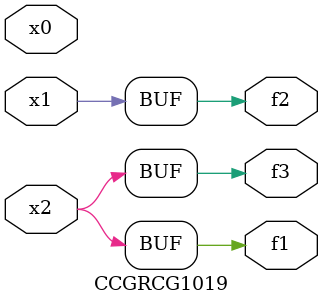
<source format=v>
module CCGRCG1019(
	input x0, x1, x2,
	output f1, f2, f3
);
	assign f1 = x2;
	assign f2 = x1;
	assign f3 = x2;
endmodule

</source>
